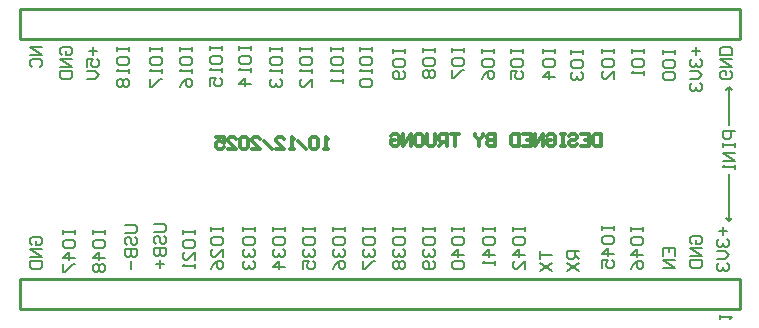
<source format=gbo>
G04*
G04 #@! TF.GenerationSoftware,Altium Limited,Altium Designer,24.9.1 (31)*
G04*
G04 Layer_Color=32896*
%FSLAX44Y44*%
%MOMM*%
G71*
G04*
G04 #@! TF.SameCoordinates,9342EB83-EE33-4B72-AB8E-5D22900AAE0C*
G04*
G04*
G04 #@! TF.FilePolarity,Positive*
G04*
G01*
G75*
%ADD11C,0.1524*%
%ADD59C,0.2540*%
%ADD66C,0.3048*%
D11*
X676910Y74930D02*
X679450Y77470D01*
X674370D02*
X676910Y74930D01*
X674370Y77470D02*
X676910Y74930D01*
Y114300D01*
Y187960D02*
X679450Y185420D01*
X674370D02*
X676910Y187960D01*
X674370Y185420D02*
X676910Y187960D01*
Y156210D02*
Y187960D01*
Y156210D02*
Y184150D01*
X681736Y150876D02*
X671579D01*
Y145798D01*
X673272Y144105D01*
X676658D01*
X678350Y145798D01*
Y150876D01*
X671579Y140719D02*
Y137334D01*
Y139026D01*
X681736D01*
Y140719D01*
Y137334D01*
Y132255D02*
X671579D01*
X681736Y125484D01*
X671579D01*
X681736Y122099D02*
Y118713D01*
Y120406D01*
X671579D01*
X673272Y122099D01*
X238255Y69850D02*
Y66464D01*
Y68157D01*
X248412D01*
Y69850D01*
Y66464D01*
X238255Y56308D02*
Y59693D01*
X239948Y61386D01*
X246719D01*
X248412Y59693D01*
Y56308D01*
X246719Y54615D01*
X239948D01*
X238255Y56308D01*
X248412Y44458D02*
Y51229D01*
X241641Y44458D01*
X239948D01*
X238255Y46151D01*
Y49537D01*
X239948Y51229D01*
X238255Y34302D02*
X239948Y37687D01*
X243334Y41073D01*
X246719D01*
X248412Y39380D01*
Y35994D01*
X246719Y34302D01*
X245026D01*
X243334Y35994D01*
Y41073D01*
X112779Y67056D02*
Y63670D01*
Y65363D01*
X122936D01*
Y67056D01*
Y63670D01*
X112779Y53514D02*
Y56899D01*
X114472Y58592D01*
X121243D01*
X122936Y56899D01*
Y53514D01*
X121243Y51821D01*
X114472D01*
X112779Y53514D01*
X122936Y43357D02*
X112779D01*
X117858Y48435D01*
Y41664D01*
X112779Y38279D02*
Y31507D01*
X114472D01*
X121243Y38279D01*
X122936D01*
X86532Y53935D02*
X84839Y55628D01*
Y59013D01*
X86532Y60706D01*
X93303D01*
X94996Y59013D01*
Y55628D01*
X93303Y53935D01*
X89918D01*
Y57320D01*
X94996Y50549D02*
X84839D01*
X94996Y43778D01*
X84839D01*
Y40393D02*
X94996D01*
Y35314D01*
X93303Y33621D01*
X86532D01*
X84839Y35314D01*
Y40393D01*
X138179Y67056D02*
Y63670D01*
Y65363D01*
X148336D01*
Y67056D01*
Y63670D01*
X138179Y53514D02*
Y56899D01*
X139872Y58592D01*
X146643D01*
X148336Y56899D01*
Y53514D01*
X146643Y51821D01*
X139872D01*
X138179Y53514D01*
X148336Y43357D02*
X138179D01*
X143258Y48435D01*
Y41664D01*
X139872Y38279D02*
X138179Y36586D01*
Y33200D01*
X139872Y31507D01*
X141565D01*
X143258Y33200D01*
X144950Y31507D01*
X146643D01*
X148336Y33200D01*
Y36586D01*
X146643Y38279D01*
X144950D01*
X143258Y36586D01*
X141565Y38279D01*
X139872D01*
X143258Y36586D02*
Y33200D01*
X165611Y71374D02*
X174075D01*
X175768Y69681D01*
Y66296D01*
X174075Y64603D01*
X165611D01*
X167304Y54446D02*
X165611Y56139D01*
Y59524D01*
X167304Y61217D01*
X168997D01*
X170690Y59524D01*
Y56139D01*
X172382Y54446D01*
X174075D01*
X175768Y56139D01*
Y59524D01*
X174075Y61217D01*
X165611Y51061D02*
X175768D01*
Y45982D01*
X174075Y44289D01*
X172382D01*
X170690Y45982D01*
Y51061D01*
Y45982D01*
X168997Y44289D01*
X167304D01*
X165611Y45982D01*
Y51061D01*
X170690Y40904D02*
Y34133D01*
X190249Y71628D02*
X198713D01*
X200406Y69935D01*
Y66550D01*
X198713Y64857D01*
X190249D01*
X191942Y54700D02*
X190249Y56393D01*
Y59778D01*
X191942Y61471D01*
X193635D01*
X195328Y59778D01*
Y56393D01*
X197020Y54700D01*
X198713D01*
X200406Y56393D01*
Y59778D01*
X198713Y61471D01*
X190249Y51315D02*
X200406D01*
Y46236D01*
X198713Y44543D01*
X197020D01*
X195328Y46236D01*
Y51315D01*
Y46236D01*
X193635Y44543D01*
X191942D01*
X190249Y46236D01*
Y51315D01*
X195328Y41158D02*
Y34387D01*
X191942Y37772D02*
X198713D01*
X214379Y67056D02*
Y63670D01*
Y65363D01*
X224536D01*
Y67056D01*
Y63670D01*
X214379Y53514D02*
Y56899D01*
X216072Y58592D01*
X222843D01*
X224536Y56899D01*
Y53514D01*
X222843Y51821D01*
X216072D01*
X214379Y53514D01*
X224536Y41664D02*
Y48435D01*
X217765Y41664D01*
X216072D01*
X214379Y43357D01*
Y46743D01*
X216072Y48435D01*
X224536Y38279D02*
Y34893D01*
Y36586D01*
X214379D01*
X216072Y38279D01*
X671578Y69596D02*
Y62825D01*
X668192Y66210D02*
X674963D01*
X668192Y59439D02*
X666499Y57747D01*
Y54361D01*
X668192Y52668D01*
X669885D01*
X671578Y54361D01*
Y56054D01*
Y54361D01*
X673270Y52668D01*
X674963D01*
X676656Y54361D01*
Y57747D01*
X674963Y59439D01*
X666499Y49283D02*
X673270D01*
X676656Y45897D01*
X673270Y42511D01*
X666499D01*
X668192Y39126D02*
X666499Y37433D01*
Y34048D01*
X668192Y32355D01*
X669885D01*
X671578Y34048D01*
Y35740D01*
Y34048D01*
X673270Y32355D01*
X674963D01*
X676656Y34048D01*
Y37433D01*
X674963Y39126D01*
X645332Y55205D02*
X643639Y56898D01*
Y60283D01*
X645332Y61976D01*
X652103D01*
X653796Y60283D01*
Y56898D01*
X652103Y55205D01*
X648718D01*
Y58590D01*
X653796Y51819D02*
X643639D01*
X653796Y45048D01*
X643639D01*
Y41663D02*
X653796D01*
Y36584D01*
X652103Y34891D01*
X645332D01*
X643639Y36584D01*
Y41663D01*
X620779Y45045D02*
Y51816D01*
X630936D01*
Y45045D01*
X625858Y51816D02*
Y48430D01*
X630936Y41659D02*
X620779D01*
X630936Y34888D01*
X620779D01*
X593601Y69088D02*
Y65702D01*
Y67395D01*
X603758D01*
Y69088D01*
Y65702D01*
X593601Y55546D02*
Y58931D01*
X595294Y60624D01*
X602065D01*
X603758Y58931D01*
Y55546D01*
X602065Y53853D01*
X595294D01*
X593601Y55546D01*
X603758Y45389D02*
X593601D01*
X598680Y50467D01*
Y43696D01*
X593601Y33540D02*
X595294Y36925D01*
X598680Y40311D01*
X602065D01*
X603758Y38618D01*
Y35232D01*
X602065Y33540D01*
X600372D01*
X598680Y35232D01*
Y40311D01*
X569471Y70358D02*
Y66972D01*
Y68665D01*
X579628D01*
Y70358D01*
Y66972D01*
X569471Y56816D02*
Y60201D01*
X571164Y61894D01*
X577935D01*
X579628Y60201D01*
Y56816D01*
X577935Y55123D01*
X571164D01*
X569471Y56816D01*
X579628Y46659D02*
X569471D01*
X574550Y51737D01*
Y44966D01*
X569471Y34810D02*
Y41581D01*
X574550D01*
X572857Y38195D01*
Y36502D01*
X574550Y34810D01*
X577935D01*
X579628Y36502D01*
Y39888D01*
X577935Y41581D01*
X549656Y49276D02*
X539499D01*
Y44198D01*
X541192Y42505D01*
X544578D01*
X546270Y44198D01*
Y49276D01*
Y45890D02*
X549656Y42505D01*
X539499Y39119D02*
X549656Y32348D01*
X539499D02*
X549656Y39119D01*
X516639Y49276D02*
Y42505D01*
Y45890D01*
X526796D01*
X516639Y39119D02*
X526796Y32348D01*
X516639D02*
X526796Y39119D01*
X493779Y69596D02*
Y66210D01*
Y67903D01*
X503936D01*
Y69596D01*
Y66210D01*
X493779Y56054D02*
Y59439D01*
X495472Y61132D01*
X502243D01*
X503936Y59439D01*
Y56054D01*
X502243Y54361D01*
X495472D01*
X493779Y56054D01*
X503936Y45897D02*
X493779D01*
X498858Y50975D01*
Y44204D01*
X503936Y34048D02*
Y40819D01*
X497165Y34048D01*
X495472D01*
X493779Y35740D01*
Y39126D01*
X495472Y40819D01*
X468379Y69342D02*
Y65956D01*
Y67649D01*
X478536D01*
Y69342D01*
Y65956D01*
X468379Y55800D02*
Y59185D01*
X470072Y60878D01*
X476843D01*
X478536Y59185D01*
Y55800D01*
X476843Y54107D01*
X470072D01*
X468379Y55800D01*
X478536Y45643D02*
X468379D01*
X473458Y50721D01*
Y43950D01*
X478536Y40565D02*
Y37179D01*
Y38872D01*
X468379D01*
X470072Y40565D01*
X442217Y69342D02*
Y65956D01*
Y67649D01*
X452374D01*
Y69342D01*
Y65956D01*
X442217Y55800D02*
Y59185D01*
X443910Y60878D01*
X450681D01*
X452374Y59185D01*
Y55800D01*
X450681Y54107D01*
X443910D01*
X442217Y55800D01*
X452374Y45643D02*
X442217D01*
X447296Y50721D01*
Y43950D01*
X443910Y40565D02*
X442217Y38872D01*
Y35486D01*
X443910Y33793D01*
X450681D01*
X452374Y35486D01*
Y38872D01*
X450681Y40565D01*
X443910D01*
X418087Y69088D02*
Y65702D01*
Y67395D01*
X428244D01*
Y69088D01*
Y65702D01*
X418087Y55546D02*
Y58931D01*
X419780Y60624D01*
X426551D01*
X428244Y58931D01*
Y55546D01*
X426551Y53853D01*
X419780D01*
X418087Y55546D01*
X419780Y50467D02*
X418087Y48775D01*
Y45389D01*
X419780Y43696D01*
X421473D01*
X423166Y45389D01*
Y47082D01*
Y45389D01*
X424858Y43696D01*
X426551D01*
X428244Y45389D01*
Y48775D01*
X426551Y50467D01*
Y40311D02*
X428244Y38618D01*
Y35232D01*
X426551Y33540D01*
X419780D01*
X418087Y35232D01*
Y38618D01*
X419780Y40311D01*
X421473D01*
X423166Y38618D01*
Y33540D01*
X392179Y69596D02*
Y66210D01*
Y67903D01*
X402336D01*
Y69596D01*
Y66210D01*
X392179Y56054D02*
Y59439D01*
X393872Y61132D01*
X400643D01*
X402336Y59439D01*
Y56054D01*
X400643Y54361D01*
X393872D01*
X392179Y56054D01*
X393872Y50975D02*
X392179Y49283D01*
Y45897D01*
X393872Y44204D01*
X395565D01*
X397258Y45897D01*
Y47590D01*
Y45897D01*
X398950Y44204D01*
X400643D01*
X402336Y45897D01*
Y49283D01*
X400643Y50975D01*
X393872Y40819D02*
X392179Y39126D01*
Y35740D01*
X393872Y34048D01*
X395565D01*
X397258Y35740D01*
X398950Y34048D01*
X400643D01*
X402336Y35740D01*
Y39126D01*
X400643Y40819D01*
X398950D01*
X397258Y39126D01*
X395565Y40819D01*
X393872D01*
X397258Y39126D02*
Y35740D01*
X366779Y69596D02*
Y66210D01*
Y67903D01*
X376936D01*
Y69596D01*
Y66210D01*
X366779Y56054D02*
Y59439D01*
X368472Y61132D01*
X375243D01*
X376936Y59439D01*
Y56054D01*
X375243Y54361D01*
X368472D01*
X366779Y56054D01*
X368472Y50975D02*
X366779Y49283D01*
Y45897D01*
X368472Y44204D01*
X370165D01*
X371858Y45897D01*
Y47590D01*
Y45897D01*
X373550Y44204D01*
X375243D01*
X376936Y45897D01*
Y49283D01*
X375243Y50975D01*
X366779Y40819D02*
Y34048D01*
X368472D01*
X375243Y40819D01*
X376936D01*
X341379Y69596D02*
Y66210D01*
Y67903D01*
X351536D01*
Y69596D01*
Y66210D01*
X341379Y56054D02*
Y59439D01*
X343072Y61132D01*
X349843D01*
X351536Y59439D01*
Y56054D01*
X349843Y54361D01*
X343072D01*
X341379Y56054D01*
X343072Y50975D02*
X341379Y49283D01*
Y45897D01*
X343072Y44204D01*
X344765D01*
X346458Y45897D01*
Y47590D01*
Y45897D01*
X348150Y44204D01*
X349843D01*
X351536Y45897D01*
Y49283D01*
X349843Y50975D01*
X341379Y34048D02*
X343072Y37433D01*
X346458Y40819D01*
X349843D01*
X351536Y39126D01*
Y35740D01*
X349843Y34048D01*
X348150D01*
X346458Y35740D01*
Y40819D01*
X315979Y69596D02*
Y66210D01*
Y67903D01*
X326136D01*
Y69596D01*
Y66210D01*
X315979Y56054D02*
Y59439D01*
X317672Y61132D01*
X324443D01*
X326136Y59439D01*
Y56054D01*
X324443Y54361D01*
X317672D01*
X315979Y56054D01*
X317672Y50975D02*
X315979Y49283D01*
Y45897D01*
X317672Y44204D01*
X319365D01*
X321058Y45897D01*
Y47590D01*
Y45897D01*
X322750Y44204D01*
X324443D01*
X326136Y45897D01*
Y49283D01*
X324443Y50975D01*
X315979Y34048D02*
Y40819D01*
X321058D01*
X319365Y37433D01*
Y35740D01*
X321058Y34048D01*
X324443D01*
X326136Y35740D01*
Y39126D01*
X324443Y40819D01*
X290579Y69596D02*
Y66210D01*
Y67903D01*
X300736D01*
Y69596D01*
Y66210D01*
X290579Y56054D02*
Y59439D01*
X292272Y61132D01*
X299043D01*
X300736Y59439D01*
Y56054D01*
X299043Y54361D01*
X292272D01*
X290579Y56054D01*
X292272Y50975D02*
X290579Y49283D01*
Y45897D01*
X292272Y44204D01*
X293965D01*
X295658Y45897D01*
Y47590D01*
Y45897D01*
X297350Y44204D01*
X299043D01*
X300736Y45897D01*
Y49283D01*
X299043Y50975D01*
X300736Y35740D02*
X290579D01*
X295658Y40819D01*
Y34048D01*
X265179Y69596D02*
Y66210D01*
Y67903D01*
X275336D01*
Y69596D01*
Y66210D01*
X265179Y56054D02*
Y59439D01*
X266872Y61132D01*
X273643D01*
X275336Y59439D01*
Y56054D01*
X273643Y54361D01*
X266872D01*
X265179Y56054D01*
X266872Y50975D02*
X265179Y49283D01*
Y45897D01*
X266872Y44204D01*
X268565D01*
X270258Y45897D01*
Y47590D01*
Y45897D01*
X271950Y44204D01*
X273643D01*
X275336Y45897D01*
Y49283D01*
X273643Y50975D01*
X266872Y40819D02*
X265179Y39126D01*
Y35740D01*
X266872Y34048D01*
X268565D01*
X270258Y35740D01*
Y37433D01*
Y35740D01*
X271950Y34048D01*
X273643D01*
X275336Y35740D01*
Y39126D01*
X273643Y40819D01*
X543309Y219456D02*
Y216070D01*
Y217763D01*
X553466D01*
Y219456D01*
Y216070D01*
X543309Y205914D02*
Y209299D01*
X545002Y210992D01*
X551773D01*
X553466Y209299D01*
Y205914D01*
X551773Y204221D01*
X545002D01*
X543309Y205914D01*
X545002Y200835D02*
X543309Y199143D01*
Y195757D01*
X545002Y194064D01*
X546695D01*
X548388Y195757D01*
Y197450D01*
Y195757D01*
X550080Y194064D01*
X551773D01*
X553466Y195757D01*
Y199143D01*
X551773Y200835D01*
X492001Y220218D02*
Y216832D01*
Y218525D01*
X502158D01*
Y220218D01*
Y216832D01*
X492001Y206676D02*
Y210061D01*
X493694Y211754D01*
X500465D01*
X502158Y210061D01*
Y206676D01*
X500465Y204983D01*
X493694D01*
X492001Y206676D01*
Y194826D02*
Y201597D01*
X497080D01*
X495387Y198212D01*
Y196519D01*
X497080Y194826D01*
X500465D01*
X502158Y196519D01*
Y199905D01*
X500465Y201597D01*
X467363Y220472D02*
Y217086D01*
Y218779D01*
X477520D01*
Y220472D01*
Y217086D01*
X467363Y206930D02*
Y210315D01*
X469056Y212008D01*
X475827D01*
X477520Y210315D01*
Y206930D01*
X475827Y205237D01*
X469056D01*
X467363Y206930D01*
Y195080D02*
X469056Y198466D01*
X472442Y201851D01*
X475827D01*
X477520Y200159D01*
Y196773D01*
X475827Y195080D01*
X474134D01*
X472442Y196773D01*
Y201851D01*
X94996Y221996D02*
X84839D01*
X94996Y215225D01*
X84839D01*
X86532Y205068D02*
X84839Y206761D01*
Y210147D01*
X86532Y211839D01*
X93303D01*
X94996Y210147D01*
Y206761D01*
X93303Y205068D01*
X111932Y215225D02*
X110239Y216918D01*
Y220303D01*
X111932Y221996D01*
X118703D01*
X120396Y220303D01*
Y216918D01*
X118703Y215225D01*
X115318D01*
Y218610D01*
X120396Y211839D02*
X110239D01*
X120396Y205068D01*
X110239D01*
Y201683D02*
X120396D01*
Y196604D01*
X118703Y194911D01*
X111932D01*
X110239Y196604D01*
Y201683D01*
X138178Y221996D02*
Y215225D01*
X134792Y218610D02*
X141563D01*
X133099Y205068D02*
Y211839D01*
X138178D01*
X136485Y208454D01*
Y206761D01*
X138178Y205068D01*
X141563D01*
X143256Y206761D01*
Y210147D01*
X141563Y211839D01*
X133099Y201683D02*
X139870D01*
X143256Y198297D01*
X139870Y194911D01*
X133099D01*
X261877Y222504D02*
Y219118D01*
Y220811D01*
X272034D01*
Y222504D01*
Y219118D01*
X261877Y208962D02*
Y212347D01*
X263570Y214040D01*
X270341D01*
X272034Y212347D01*
Y208962D01*
X270341Y207269D01*
X263570D01*
X261877Y208962D01*
X272034Y203883D02*
Y200498D01*
Y202191D01*
X261877D01*
X263570Y203883D01*
X272034Y190341D02*
X261877D01*
X266956Y195419D01*
Y188648D01*
X237493Y222504D02*
Y219118D01*
Y220811D01*
X247650D01*
Y222504D01*
Y219118D01*
X237493Y208962D02*
Y212347D01*
X239186Y214040D01*
X245957D01*
X247650Y212347D01*
Y208962D01*
X245957Y207269D01*
X239186D01*
X237493Y208962D01*
X247650Y203883D02*
Y200498D01*
Y202191D01*
X237493D01*
X239186Y203883D01*
X237493Y188648D02*
Y195419D01*
X242572D01*
X240879Y192034D01*
Y190341D01*
X242572Y188648D01*
X245957D01*
X247650Y190341D01*
Y193727D01*
X245957Y195419D01*
X211839Y221996D02*
Y218610D01*
Y220303D01*
X221996D01*
Y221996D01*
Y218610D01*
X211839Y208454D02*
Y211839D01*
X213532Y213532D01*
X220303D01*
X221996Y211839D01*
Y208454D01*
X220303Y206761D01*
X213532D01*
X211839Y208454D01*
X221996Y203375D02*
Y199990D01*
Y201683D01*
X211839D01*
X213532Y203375D01*
X211839Y188140D02*
X213532Y191526D01*
X216918Y194911D01*
X220303D01*
X221996Y193219D01*
Y189833D01*
X220303Y188140D01*
X218610D01*
X216918Y189833D01*
Y194911D01*
X186439Y221996D02*
Y218610D01*
Y220303D01*
X196596D01*
Y221996D01*
Y218610D01*
X186439Y208454D02*
Y211839D01*
X188132Y213532D01*
X194903D01*
X196596Y211839D01*
Y208454D01*
X194903Y206761D01*
X188132D01*
X186439Y208454D01*
X196596Y203375D02*
Y199990D01*
Y201683D01*
X186439D01*
X188132Y203375D01*
X186439Y194911D02*
Y188140D01*
X188132D01*
X194903Y194911D01*
X196596D01*
X158499Y221996D02*
Y218610D01*
Y220303D01*
X168656D01*
Y221996D01*
Y218610D01*
X158499Y208454D02*
Y211839D01*
X160192Y213532D01*
X166963D01*
X168656Y211839D01*
Y208454D01*
X166963Y206761D01*
X160192D01*
X158499Y208454D01*
X168656Y203375D02*
Y199990D01*
Y201683D01*
X158499D01*
X160192Y203375D01*
Y194911D02*
X158499Y193219D01*
Y189833D01*
X160192Y188140D01*
X161885D01*
X163578Y189833D01*
X165270Y188140D01*
X166963D01*
X168656Y189833D01*
Y193219D01*
X166963Y194911D01*
X165270D01*
X163578Y193219D01*
X161885Y194911D01*
X160192D01*
X163578Y193219D02*
Y189833D01*
X392433Y219964D02*
Y216578D01*
Y218271D01*
X402590D01*
Y219964D01*
Y216578D01*
X392433Y206422D02*
Y209807D01*
X394126Y211500D01*
X400897D01*
X402590Y209807D01*
Y206422D01*
X400897Y204729D01*
X394126D01*
X392433Y206422D01*
X400897Y201343D02*
X402590Y199651D01*
Y196265D01*
X400897Y194572D01*
X394126D01*
X392433Y196265D01*
Y199651D01*
X394126Y201343D01*
X395819D01*
X397512Y199651D01*
Y194572D01*
X364747Y221742D02*
Y218356D01*
Y220049D01*
X374904D01*
Y221742D01*
Y218356D01*
X364747Y208200D02*
Y211585D01*
X366440Y213278D01*
X373211D01*
X374904Y211585D01*
Y208200D01*
X373211Y206507D01*
X366440D01*
X364747Y208200D01*
X374904Y203121D02*
Y199736D01*
Y201429D01*
X364747D01*
X366440Y203121D01*
Y194657D02*
X364747Y192965D01*
Y189579D01*
X366440Y187886D01*
X373211D01*
X374904Y189579D01*
Y192965D01*
X373211Y194657D01*
X366440D01*
X339601Y222250D02*
Y218864D01*
Y220557D01*
X349758D01*
Y222250D01*
Y218864D01*
X339601Y208708D02*
Y212093D01*
X341294Y213786D01*
X348065D01*
X349758Y212093D01*
Y208708D01*
X348065Y207015D01*
X341294D01*
X339601Y208708D01*
X349758Y203629D02*
Y200244D01*
Y201937D01*
X339601D01*
X341294Y203629D01*
X349758Y195165D02*
Y191780D01*
Y193473D01*
X339601D01*
X341294Y195165D01*
X313693Y222250D02*
Y218864D01*
Y220557D01*
X323850D01*
Y222250D01*
Y218864D01*
X313693Y208708D02*
Y212093D01*
X315386Y213786D01*
X322157D01*
X323850Y212093D01*
Y208708D01*
X322157Y207015D01*
X315386D01*
X313693Y208708D01*
X323850Y203629D02*
Y200244D01*
Y201937D01*
X313693D01*
X315386Y203629D01*
X323850Y188394D02*
Y195165D01*
X317079Y188394D01*
X315386D01*
X313693Y190087D01*
Y193473D01*
X315386Y195165D01*
X288547Y221996D02*
Y218610D01*
Y220303D01*
X298704D01*
Y221996D01*
Y218610D01*
X288547Y208454D02*
Y211839D01*
X290240Y213532D01*
X297011D01*
X298704Y211839D01*
Y208454D01*
X297011Y206761D01*
X290240D01*
X288547Y208454D01*
X298704Y203375D02*
Y199990D01*
Y201683D01*
X288547D01*
X290240Y203375D01*
Y194911D02*
X288547Y193219D01*
Y189833D01*
X290240Y188140D01*
X291933D01*
X293626Y189833D01*
Y191526D01*
Y189833D01*
X295318Y188140D01*
X297011D01*
X298704Y189833D01*
Y193219D01*
X297011Y194911D01*
X519433Y219964D02*
Y216578D01*
Y218271D01*
X529590D01*
Y219964D01*
Y216578D01*
X519433Y206422D02*
Y209807D01*
X521126Y211500D01*
X527897D01*
X529590Y209807D01*
Y206422D01*
X527897Y204729D01*
X521126D01*
X519433Y206422D01*
X529590Y196265D02*
X519433D01*
X524512Y201343D01*
Y194572D01*
X442725Y220726D02*
Y217340D01*
Y219033D01*
X452882D01*
Y220726D01*
Y217340D01*
X442725Y207184D02*
Y210569D01*
X444418Y212262D01*
X451189D01*
X452882Y210569D01*
Y207184D01*
X451189Y205491D01*
X444418D01*
X442725Y207184D01*
Y202105D02*
Y195334D01*
X444418D01*
X451189Y202105D01*
X452882D01*
X418087Y220980D02*
Y217594D01*
Y219287D01*
X428244D01*
Y220980D01*
Y217594D01*
X418087Y207438D02*
Y210823D01*
X419780Y212516D01*
X426551D01*
X428244Y210823D01*
Y207438D01*
X426551Y205745D01*
X419780D01*
X418087Y207438D01*
X419780Y202359D02*
X418087Y200667D01*
Y197281D01*
X419780Y195588D01*
X421473D01*
X423166Y197281D01*
X424858Y195588D01*
X426551D01*
X428244Y197281D01*
Y200667D01*
X426551Y202359D01*
X424858D01*
X423166Y200667D01*
X421473Y202359D01*
X419780D01*
X423166Y200667D02*
Y197281D01*
X569471Y220472D02*
Y217086D01*
Y218779D01*
X579628D01*
Y220472D01*
Y217086D01*
X569471Y206930D02*
Y210315D01*
X571164Y212008D01*
X577935D01*
X579628Y210315D01*
Y206930D01*
X577935Y205237D01*
X571164D01*
X569471Y206930D01*
X579628Y195080D02*
Y201851D01*
X572857Y195080D01*
X571164D01*
X569471Y196773D01*
Y200159D01*
X571164Y201851D01*
X594871Y219964D02*
Y216578D01*
Y218271D01*
X605028D01*
Y219964D01*
Y216578D01*
X594871Y206422D02*
Y209807D01*
X596564Y211500D01*
X603335D01*
X605028Y209807D01*
Y206422D01*
X603335Y204729D01*
X596564D01*
X594871Y206422D01*
X605028Y201343D02*
Y197958D01*
Y199651D01*
X594871D01*
X596564Y201343D01*
X620779Y219710D02*
Y216324D01*
Y218017D01*
X630936D01*
Y219710D01*
Y216324D01*
X620779Y206168D02*
Y209553D01*
X622472Y211246D01*
X629243D01*
X630936Y209553D01*
Y206168D01*
X629243Y204475D01*
X622472D01*
X620779Y206168D01*
X622472Y201089D02*
X620779Y199397D01*
Y196011D01*
X622472Y194318D01*
X629243D01*
X630936Y196011D01*
Y199397D01*
X629243Y201089D01*
X622472D01*
X648718Y221996D02*
Y215225D01*
X645332Y218610D02*
X652103D01*
X645332Y211839D02*
X643639Y210147D01*
Y206761D01*
X645332Y205068D01*
X647025D01*
X648718Y206761D01*
Y208454D01*
Y206761D01*
X650410Y205068D01*
X652103D01*
X653796Y206761D01*
Y210147D01*
X652103Y211839D01*
X643639Y201683D02*
X650410D01*
X653796Y198297D01*
X650410Y194911D01*
X643639D01*
X645332Y191526D02*
X643639Y189833D01*
Y186448D01*
X645332Y184755D01*
X647025D01*
X648718Y186448D01*
Y188140D01*
Y186448D01*
X650410Y184755D01*
X652103D01*
X653796Y186448D01*
Y189833D01*
X652103Y191526D01*
X678008Y201335D02*
X679701Y199642D01*
Y196257D01*
X678008Y194564D01*
X671237D01*
X669544Y196257D01*
Y199642D01*
X671237Y201335D01*
X674622D01*
Y197950D01*
X669544Y204721D02*
X679701D01*
X669544Y211492D01*
X679701D01*
Y214877D02*
X669544D01*
Y219956D01*
X671237Y221649D01*
X678008D01*
X679701Y219956D01*
Y214877D01*
X669544Y-8636D02*
Y-5250D01*
Y-6943D01*
X679701D01*
X678008Y-8636D01*
D59*
X76200Y228600D02*
X685800D01*
X76200D02*
Y254000D01*
X685800D01*
Y228600D02*
Y254000D01*
X76200Y0D02*
X685800D01*
X76200D02*
Y25400D01*
X685800D01*
Y0D02*
Y25400D01*
D66*
X337312Y135128D02*
X333926D01*
X335619D01*
Y145285D01*
X337312Y143592D01*
X328848D02*
X327155Y145285D01*
X323770D01*
X322077Y143592D01*
Y136821D01*
X323770Y135128D01*
X327155D01*
X328848Y136821D01*
Y143592D01*
X318691Y135128D02*
X311920Y141899D01*
X308535Y135128D02*
X305149D01*
X306842D01*
Y145285D01*
X308535Y143592D01*
X293300Y135128D02*
X300071D01*
X293300Y141899D01*
Y143592D01*
X294992Y145285D01*
X298378D01*
X300071Y143592D01*
X289914Y135128D02*
X283143Y141899D01*
X272986Y135128D02*
X279757D01*
X272986Y141899D01*
Y143592D01*
X274679Y145285D01*
X278064D01*
X279757Y143592D01*
X269601D02*
X267908Y145285D01*
X264522D01*
X262829Y143592D01*
Y136821D01*
X264522Y135128D01*
X267908D01*
X269601Y136821D01*
Y143592D01*
X252673Y135128D02*
X259444D01*
X252673Y141899D01*
Y143592D01*
X254365Y145285D01*
X257751D01*
X259444Y143592D01*
X242516Y145285D02*
X249287D01*
Y140206D01*
X245902Y141899D01*
X244209D01*
X242516Y140206D01*
Y136821D01*
X244209Y135128D01*
X247594D01*
X249287Y136821D01*
X568452Y147825D02*
Y137668D01*
X563374D01*
X561681Y139361D01*
Y146132D01*
X563374Y147825D01*
X568452D01*
X551524D02*
X558295D01*
Y137668D01*
X551524D01*
X558295Y142746D02*
X554910D01*
X541367Y146132D02*
X543060Y147825D01*
X546446D01*
X548139Y146132D01*
Y144439D01*
X546446Y142746D01*
X543060D01*
X541367Y141054D01*
Y139361D01*
X543060Y137668D01*
X546446D01*
X548139Y139361D01*
X537982Y147825D02*
X534596D01*
X536289D01*
Y137668D01*
X537982D01*
X534596D01*
X522747Y146132D02*
X524440Y147825D01*
X527825D01*
X529518Y146132D01*
Y139361D01*
X527825Y137668D01*
X524440D01*
X522747Y139361D01*
Y142746D01*
X526132D01*
X519361Y137668D02*
Y147825D01*
X512590Y137668D01*
Y147825D01*
X502433D02*
X509204D01*
Y137668D01*
X502433D01*
X509204Y142746D02*
X505819D01*
X499048Y147825D02*
Y137668D01*
X493969D01*
X492277Y139361D01*
Y146132D01*
X493969Y147825D01*
X499048D01*
X478734D02*
Y137668D01*
X473656D01*
X471963Y139361D01*
Y141054D01*
X473656Y142746D01*
X478734D01*
X473656D01*
X471963Y144439D01*
Y146132D01*
X473656Y147825D01*
X478734D01*
X468577D02*
Y146132D01*
X465192Y142746D01*
X461806Y146132D01*
Y147825D01*
X465192Y142746D02*
Y137668D01*
X448264Y147825D02*
X441493D01*
X444879D01*
Y137668D01*
X438107D02*
Y147825D01*
X433029D01*
X431336Y146132D01*
Y142746D01*
X433029Y141054D01*
X438107D01*
X434722D02*
X431336Y137668D01*
X427951Y147825D02*
Y139361D01*
X426258Y137668D01*
X422872D01*
X421180Y139361D01*
Y147825D01*
X412716D02*
X416101D01*
X417794Y146132D01*
Y139361D01*
X416101Y137668D01*
X412716D01*
X411023Y139361D01*
Y146132D01*
X412716Y147825D01*
X407637Y137668D02*
Y147825D01*
X400866Y137668D01*
Y147825D01*
X390709Y146132D02*
X392402Y147825D01*
X395788D01*
X397481Y146132D01*
Y139361D01*
X395788Y137668D01*
X392402D01*
X390709Y139361D01*
Y142746D01*
X394095D01*
M02*

</source>
